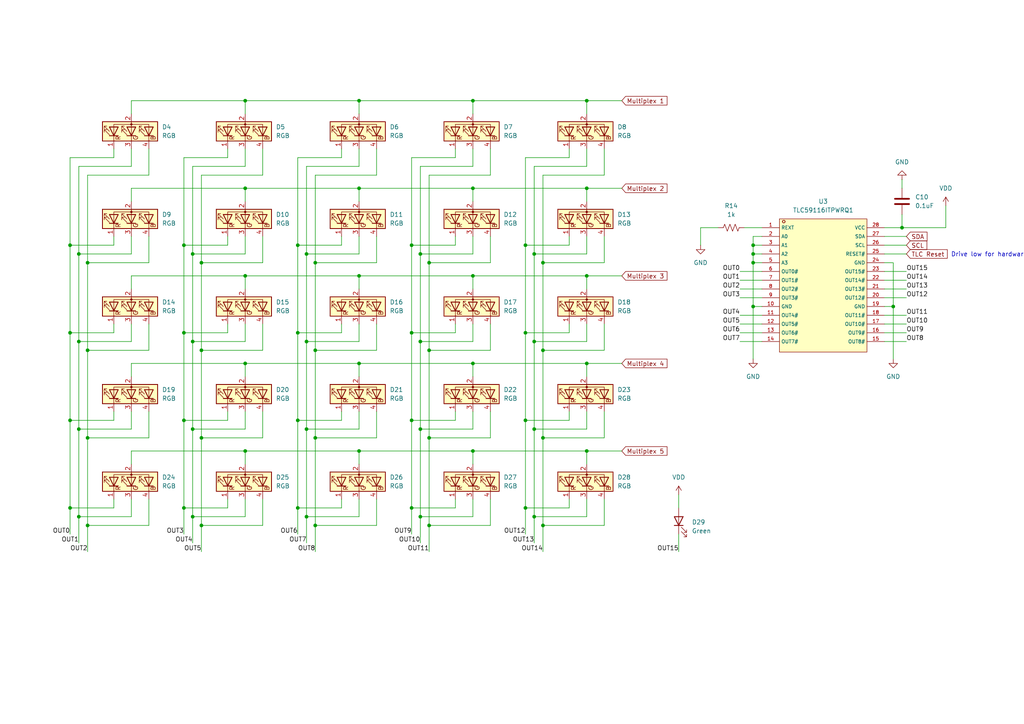
<source format=kicad_sch>
(kicad_sch (version 20231120) (generator "eeschema") (generator_version "8.0")
  (paper "A4")
  (lib_symbols
    (symbol "2048_symbols:TLC59116ITPWRQ1"
      (property "Reference" "U" (at 0 1.27 0))
      (property "Value" "TLC59116ITPWRQ1" (at 0 -2.54 0))
      (symbol "TLC59116ITPWRQ1_0_1"
        (rectangle (start -12.7 20.32) (end 12.7 -18.288) (fill (type background)))
        (circle (center -11.43 19.558) (radius 0.381) (fill (type background)))
        (circle (center -11.43 19.558) (radius 0.381) (fill (type background)))
        (pin unspecified line (at -17.78 17.78 0) (length 5.08) (name "REXT") (number "1"))
        (pin unspecified line (at -17.78 -5.08 0) (length 5.08) (name "GND") (number "10"))
        (pin unspecified line (at -17.78 -7.62 0) (length 5.08) (name "OUT4#") (number "11"))
        (pin unspecified line (at -17.78 -10.16 0) (length 5.08) (name "OUT5#") (number "12"))
        (pin unspecified line (at -17.78 -12.7 0) (length 5.08) (name "OUT6#") (number "13"))
        (pin unspecified line (at -17.78 -15.24 0) (length 5.08) (name "OUT7#") (number "14"))
        (pin unspecified line (at 17.78 -15.24 180) (length 5.08) (name "OUT8#") (number "15"))
        (pin unspecified line (at 17.78 -12.7 180) (length 5.08) (name "OUT9#") (number "16"))
        (pin unspecified line (at 17.78 -10.16 180) (length 5.08) (name "OUT10#") (number "17"))
        (pin unspecified line (at 17.78 -7.62 180) (length 5.08) (name "OUT11#") (number "18"))
        (pin unspecified line (at 17.78 -5.08 180) (length 5.08) (name "GND") (number "19"))
        (pin unspecified line (at -17.78 15.24 0) (length 5.08) (name "A0") (number "2"))
        (pin unspecified line (at 17.78 -2.54 180) (length 5.08) (name "OUT12#") (number "20"))
        (pin unspecified line (at 17.78 0 180) (length 5.08) (name "OUT13#") (number "21"))
        (pin unspecified line (at 17.78 2.54 180) (length 5.08) (name "OUT14#") (number "22"))
        (pin unspecified line (at 17.78 5.08 180) (length 5.08) (name "OUT15#") (number "23"))
        (pin unspecified line (at 17.78 7.62 180) (length 5.08) (name "GND") (number "24"))
        (pin unspecified line (at 17.78 10.16 180) (length 5.08) (name "RESET#") (number "25"))
        (pin unspecified line (at 17.78 12.7 180) (length 5.08) (name "SCL") (number "26"))
        (pin unspecified line (at 17.78 15.24 180) (length 5.08) (name "SDA") (number "27"))
        (pin unspecified line (at 17.78 17.78 180) (length 5.08) (name "VCC") (number "28"))
        (pin unspecified line (at -17.78 12.7 0) (length 5.08) (name "A1") (number "3"))
        (pin unspecified line (at -17.78 10.16 0) (length 5.08) (name "A2") (number "4"))
        (pin unspecified line (at -17.78 7.62 0) (length 5.08) (name "A3") (number "5"))
        (pin unspecified line (at -17.78 5.08 0) (length 5.08) (name "OUT0#") (number "6"))
        (pin unspecified line (at -17.78 2.54 0) (length 5.08) (name "OUT1#") (number "7"))
        (pin unspecified line (at -17.78 0 0) (length 5.08) (name "OUT2#") (number "8"))
        (pin unspecified line (at -17.78 -2.54 0) (length 5.08) (name "OUT3#") (number "9"))
      )
    )
    (symbol "Device:C" (pin_numbers hide) (pin_names (offset 0.254))
      (property "Reference" "C" (at 0.635 2.54 0))
      (property "Value" "C" (at 0.635 -2.54 0))
      (symbol "C_0_1"
        (polyline (pts (xy -2.032 -0.762) (xy 2.032 -0.762)) (stroke (width 0.508)))
        (polyline (pts (xy -2.032 0.762) (xy 2.032 0.762)) (stroke (width 0.508)))
      )
      (symbol "C_1_1"
        (pin passive line (at 0 3.81 270) (length 2.794) (name "~") (number "1"))
        (pin passive line (at 0 -3.81 90) (length 2.794) (name "~") (number "2"))
      )
    )
    (symbol "Device:LED" (pin_numbers hide) (pin_names (offset 1.016) hide)
      (property "Reference" "D" (at 0 2.54 0))
      (property "Value" "LED" (at 0 -2.54 0))
      (symbol "LED_0_1"
        (polyline (pts (xy -1.27 -1.27) (xy -1.27 1.27)) (stroke (width 0.254)))
        (polyline (pts (xy -1.27 0) (xy 1.27 0)))
        (polyline (pts (xy 1.27 -1.27) (xy 1.27 1.27) (xy -1.27 0) (xy 1.27 -1.27)) (stroke (width 0.254)))
        (polyline (pts (xy -3.048 -0.762) (xy -4.572 -2.286) (xy -3.81 -2.286) (xy -4.572 -2.286) (xy -4.572 -1.524)))
        (polyline (pts (xy -1.778 -0.762) (xy -3.302 -2.286) (xy -2.54 -2.286) (xy -3.302 -2.286) (xy -3.302 -1.524)))
      )
      (symbol "LED_1_1"
        (pin passive line (at -3.81 0 0) (length 2.54) (name "K") (number "1"))
        (pin passive line (at 3.81 0 180) (length 2.54) (name "A") (number "2"))
      )
    )
    (symbol "Device:R_US" (pin_numbers hide) (pin_names (offset 0))
      (property "Reference" "R" (at 2.54 0 90))
      (property "Value" "R_US" (at -2.54 0 90))
      (symbol "R_US_0_1"
        (polyline (pts (xy 0 -2.286) (xy 0 -2.54)))
        (polyline (pts (xy 0 2.286) (xy 0 2.54)))
        (polyline (pts (xy 0 -0.762) (xy 1.016 -1.143) (xy 0 -1.524) (xy -1.016 -1.905) (xy 0 -2.286)))
        (polyline (pts (xy 0 0.762) (xy 1.016 0.381) (xy 0 0) (xy -1.016 -0.381) (xy 0 -0.762)))
        (polyline (pts (xy 0 2.286) (xy 1.016 1.905) (xy 0 1.524) (xy -1.016 1.143) (xy 0 0.762)))
      )
      (symbol "R_US_1_1"
        (pin passive line (at 0 3.81 270) (length 1.27) (name "~") (number "1"))
        (pin passive line (at 0 -3.81 90) (length 1.27) (name "~") (number "2"))
      )
    )
    (symbol "LED_ARGB_1" (pin_names (offset 0) hide)
      (property "Reference" "D4" (at 1.2701 -8.89 90))
      (property "Value" "RGB" (at -1.2699 -8.89 90))
      (symbol "LED_ARGB_1_0_0"
        (text "B" (at -1.905 -6.35 0) (effects (font (size 1.27 1.27))))
        (text "G" (at -1.905 -1.27 0) (effects (font (size 1.27 1.27))))
        (text "R" (at -1.905 3.81 0) (effects (font (size 1.27 1.27))))
      )
      (symbol "LED_ARGB_1_0_1"
        (polyline (pts (xy -1.27 -5.08) (xy -2.54 -5.08)))
        (polyline (pts (xy -1.27 -5.08) (xy 1.27 -5.08)))
        (polyline (pts (xy -1.27 -3.81) (xy -1.27 -6.35)) (stroke (width 0.254)))
        (polyline (pts (xy -1.27 0) (xy -2.54 0)))
        (polyline (pts (xy -1.27 1.27) (xy -1.27 -1.27)) (stroke (width 0.254)))
        (polyline (pts (xy -1.27 5.08) (xy -2.54 5.08)))
        (polyline (pts (xy -1.27 5.08) (xy 1.27 5.08)))
        (polyline (pts (xy -1.27 6.35) (xy -1.27 3.81)) (stroke (width 0.254)))
        (polyline (pts (xy 1.27 0) (xy -1.27 0)))
        (polyline (pts (xy 1.27 0) (xy 2.54 0)))
        (polyline (pts (xy -1.27 1.27) (xy -1.27 -1.27) (xy -1.27 -1.27)))
        (polyline (pts (xy -1.27 6.35) (xy -1.27 3.81) (xy -1.27 3.81)))
        (polyline (pts (xy 1.27 -5.08) (xy 2.032 -5.08) (xy 2.032 5.08) (xy 1.27 5.08)))
        (polyline (pts (xy 1.27 -3.81) (xy 1.27 -6.35) (xy -1.27 -5.08) (xy 1.27 -3.81)) (stroke (width 0.254)))
        (polyline (pts (xy 1.27 1.27) (xy 1.27 -1.27) (xy -1.27 0) (xy 1.27 1.27)) (stroke (width 0.254)))
        (polyline (pts (xy 1.27 6.35) (xy 1.27 3.81) (xy -1.27 5.08) (xy 1.27 6.35)) (stroke (width 0.254)))
        (polyline (pts (xy -1.016 -3.81) (xy 0.508 -2.286) (xy -0.254 -2.286) (xy 0.508 -2.286) (xy 0.508 -3.048)))
        (polyline (pts (xy -1.016 1.27) (xy 0.508 2.794) (xy -0.254 2.794) (xy 0.508 2.794) (xy 0.508 2.032)))
        (polyline (pts (xy -1.016 6.35) (xy 0.508 7.874) (xy -0.254 7.874) (xy 0.508 7.874) (xy 0.508 7.112)))
        (polyline (pts (xy 0 -3.81) (xy 1.524 -2.286) (xy 0.762 -2.286) (xy 1.524 -2.286) (xy 1.524 -3.048)))
        (polyline (pts (xy 0 1.27) (xy 1.524 2.794) (xy 0.762 2.794) (xy 1.524 2.794) (xy 1.524 2.032)))
        (polyline (pts (xy 0 6.35) (xy 1.524 7.874) (xy 0.762 7.874) (xy 1.524 7.874) (xy 1.524 7.112)))
        (rectangle (start 1.27 -1.27) (end 1.27 1.27))
        (rectangle (start 1.27 1.27) (end 1.27 1.27))
        (rectangle (start 1.27 3.81) (end 1.27 6.35))
        (rectangle (start 1.27 6.35) (end 1.27 6.35))
        (circle (center 2.032 0) (radius 0.254) (fill (type outline)))
        (rectangle (start 2.794 8.382) (end -2.794 -7.62) (stroke (width 0.254)) (fill (type background)))
      )
      (symbol "LED_ARGB_1_1_1"
        (pin passive line (at -5.08 5.08 0) (length 2.54) (name "RK") (number "1"))
        (pin passive line (at 5.08 0 180) (length 2.54) (name "A") (number "2"))
        (pin passive line (at -5.08 0 0) (length 2.54) (name "GK") (number "3"))
        (pin passive line (at -5.08 -5.08 0) (length 2.54) (name "BK") (number "4"))
      )
    )
    (symbol "power:GND" (power) (pin_numbers hide) (pin_names (offset 0) hide)
      (property "Value" "GND" (at 0 -3.81 0))
      (symbol "GND_0_1"
        (polyline (pts (xy 0 0) (xy 0 -1.27) (xy 1.27 -1.27) (xy 0 -2.54) (xy -1.27 -1.27) (xy 0 -1.27)))
      )
      (symbol "GND_1_1"
        (pin power_in line (at 0 0 270) (length 0) (name "~") (number "1"))
      )
    )
    (symbol "power:VDD" (power) (pin_numbers hide) (pin_names (offset 0) hide)
      (property "Value" "VDD" (at 0 3.556 0))
      (symbol "VDD_0_1"
        (polyline (pts (xy -0.762 1.27) (xy 0 2.54)))
        (polyline (pts (xy 0 0) (xy 0 2.54)))
        (polyline (pts (xy 0 2.54) (xy 0.762 1.27)))
      )
      (symbol "VDD_1_1"
        (pin power_in line (at 0 0 90) (length 0) (name "~") (number "1"))
      )
    )
  )
  (junction (at 88.9 99.06))
  (junction (at 124.46 127))
  (junction (at 25.4 152.4))
  (junction (at 137.16 29.21))
  (junction (at 104.14 130.81))
  (junction (at 152.4 71.12))
  (junction (at 259.08 88.9))
  (junction (at 20.32 147.32))
  (junction (at 58.42 127))
  (junction (at 22.86 124.46))
  (junction (at 58.42 101.6))
  (junction (at 124.46 101.6))
  (junction (at 119.38 96.52))
  (junction (at 88.9 149.86))
  (junction (at 121.92 99.06))
  (junction (at 91.44 152.4))
  (junction (at 124.46 152.4))
  (junction (at 20.32 71.12))
  (junction (at 154.94 99.06))
  (junction (at 71.12 54.61))
  (junction (at 170.18 29.21))
  (junction (at 170.18 105.41))
  (junction (at 218.44 76.2))
  (junction (at 152.4 96.52))
  (junction (at 124.46 76.2))
  (junction (at 137.16 105.41))
  (junction (at 170.18 130.81))
  (junction (at 55.88 149.86))
  (junction (at 71.12 105.41))
  (junction (at 53.34 96.52))
  (junction (at 121.92 124.46))
  (junction (at 218.44 73.66))
  (junction (at 58.42 152.4))
  (junction (at 119.38 121.92))
  (junction (at 154.94 73.66))
  (junction (at 58.42 76.2))
  (junction (at 25.4 127))
  (junction (at 104.14 54.61))
  (junction (at 71.12 130.81))
  (junction (at 86.36 121.92))
  (junction (at 86.36 71.12))
  (junction (at 170.18 54.61))
  (junction (at 157.48 127))
  (junction (at 121.92 149.86))
  (junction (at 104.14 105.41))
  (junction (at 91.44 127))
  (junction (at 154.94 149.86))
  (junction (at 22.86 149.86))
  (junction (at 157.48 152.4))
  (junction (at 157.48 101.6))
  (junction (at 104.14 80.01))
  (junction (at 25.4 101.6))
  (junction (at 137.16 80.01))
  (junction (at 25.4 76.2))
  (junction (at 137.16 130.81))
  (junction (at 91.44 101.6))
  (junction (at 53.34 71.12))
  (junction (at 157.48 76.2))
  (junction (at 55.88 124.46))
  (junction (at 20.32 96.52))
  (junction (at 261.62 66.04))
  (junction (at 152.4 121.92))
  (junction (at 218.44 71.12))
  (junction (at 104.14 29.21))
  (junction (at 119.38 147.32))
  (junction (at 55.88 99.06))
  (junction (at 154.94 124.46))
  (junction (at 119.38 71.12))
  (junction (at 152.4 147.32))
  (junction (at 88.9 73.66))
  (junction (at 53.34 121.92))
  (junction (at 121.92 73.66))
  (junction (at 137.16 54.61))
  (junction (at 86.36 147.32))
  (junction (at 22.86 99.06))
  (junction (at 22.86 73.66))
  (junction (at 20.32 121.92))
  (junction (at 55.88 73.66))
  (junction (at 170.18 80.01))
  (junction (at 71.12 80.01))
  (junction (at 91.44 76.2))
  (junction (at 53.34 147.32))
  (junction (at 71.12 29.21))
  (junction (at 218.44 88.9))
  (junction (at 86.36 96.52))
  (junction (at 88.9 124.46))
  (wire (pts (xy 53.34 96.52) (xy 53.34 121.92)))
  (wire (pts (xy 91.44 50.8) (xy 109.22 50.8)))
  (wire (pts (xy 196.85 154.94) (xy 196.85 160.02)))
  (wire (pts (xy 170.18 73.66) (xy 154.94 73.66)))
  (wire (pts (xy 22.86 149.86) (xy 22.86 124.46)))
  (wire (pts (xy 71.12 99.06) (xy 55.88 99.06)))
  (wire (pts (xy 203.2 66.04) (xy 208.28 66.04)))
  (wire (pts (xy 66.04 45.72) (xy 66.04 43.18)))
  (wire (pts (xy 152.4 96.52) (xy 152.4 121.92)))
  (wire (pts (xy 55.88 48.26) (xy 55.88 73.66)))
  (wire (pts (xy 20.32 121.92) (xy 20.32 147.32)))
  (wire (pts (xy 165.1 93.98) (xy 165.1 96.52)))
  (wire (pts (xy 132.08 121.92) (xy 119.38 121.92)))
  (wire (pts (xy 137.16 29.21) (xy 137.16 33.02)))
  (wire (pts (xy 104.14 68.58) (xy 104.14 73.66)))
  (wire (pts (xy 38.1 68.58) (xy 38.1 73.66)))
  (wire (pts (xy 170.18 119.38) (xy 170.18 124.46)))
  (wire (pts (xy 124.46 152.4) (xy 124.46 160.02)))
  (wire (pts (xy 170.18 29.21) (xy 180.34 29.21)))
  (wire (pts (xy 43.18 144.78) (xy 43.18 152.4)))
  (wire (pts (xy 33.02 96.52) (xy 20.32 96.52)))
  (wire (pts (xy 104.14 119.38) (xy 104.14 124.46)))
  (wire (pts (xy 66.04 121.92) (xy 53.34 121.92)))
  (wire (pts (xy 71.12 73.66) (xy 55.88 73.66)))
  (wire (pts (xy 137.16 149.86) (xy 121.92 149.86)))
  (wire (pts (xy 157.48 76.2) (xy 157.48 101.6)))
  (wire (pts (xy 152.4 147.32) (xy 152.4 154.94)))
  (wire (pts (xy 38.1 48.26) (xy 38.1 43.18)))
  (wire (pts (xy 132.08 144.78) (xy 132.08 147.32)))
  (wire (pts (xy 256.54 93.98) (xy 262.89 93.98)))
  (wire (pts (xy 256.54 88.9) (xy 259.08 88.9)))
  (wire (pts (xy 22.86 124.46) (xy 22.86 99.06)))
  (wire (pts (xy 38.1 109.22) (xy 38.1 105.41)))
  (wire (pts (xy 137.16 68.58) (xy 137.16 73.66)))
  (wire (pts (xy 256.54 91.44) (xy 262.89 91.44)))
  (wire (pts (xy 157.48 127) (xy 157.48 152.4)))
  (wire (pts (xy 121.92 99.06) (xy 121.92 73.66)))
  (wire (pts (xy 137.16 73.66) (xy 121.92 73.66)))
  (wire (pts (xy 203.2 66.04) (xy 203.2 71.12)))
  (wire (pts (xy 109.22 43.18) (xy 109.22 50.8)))
  (wire (pts (xy 58.42 50.8) (xy 76.2 50.8)))
  (wire (pts (xy 88.9 48.26) (xy 88.9 73.66)))
  (wire (pts (xy 142.24 68.58) (xy 142.24 76.2)))
  (wire (pts (xy 104.14 130.81) (xy 137.16 130.81)))
  (wire (pts (xy 33.02 71.12) (xy 20.32 71.12)))
  (wire (pts (xy 43.18 101.6) (xy 25.4 101.6)))
  (wire (pts (xy 91.44 152.4) (xy 91.44 160.02)))
  (wire (pts (xy 20.32 45.72) (xy 20.32 71.12)))
  (wire (pts (xy 165.1 45.72) (xy 165.1 43.18)))
  (wire (pts (xy 165.1 68.58) (xy 165.1 71.12)))
  (wire (pts (xy 196.85 143.51) (xy 196.85 147.32)))
  (wire (pts (xy 124.46 76.2) (xy 124.46 101.6)))
  (wire (pts (xy 66.04 144.78) (xy 66.04 147.32)))
  (wire (pts (xy 55.88 149.86) (xy 55.88 124.46)))
  (wire (pts (xy 157.48 101.6) (xy 157.48 127)))
  (wire (pts (xy 58.42 152.4) (xy 58.42 160.02)))
  (wire (pts (xy 91.44 101.6) (xy 91.44 127)))
  (wire (pts (xy 170.18 54.61) (xy 180.34 54.61)))
  (wire (pts (xy 165.1 119.38) (xy 165.1 121.92)))
  (wire (pts (xy 170.18 124.46) (xy 154.94 124.46)))
  (wire (pts (xy 104.14 54.61) (xy 104.14 58.42)))
  (wire (pts (xy 152.4 121.92) (xy 152.4 147.32)))
  (wire (pts (xy 170.18 144.78) (xy 170.18 149.86)))
  (wire (pts (xy 137.16 130.81) (xy 137.16 134.62)))
  (wire (pts (xy 25.4 76.2) (xy 25.4 101.6)))
  (wire (pts (xy 33.02 121.92) (xy 20.32 121.92)))
  (wire (pts (xy 86.36 45.72) (xy 86.36 71.12)))
  (wire (pts (xy 38.1 93.98) (xy 38.1 99.06)))
  (wire (pts (xy 58.42 101.6) (xy 58.42 127)))
  (wire (pts (xy 38.1 58.42) (xy 38.1 54.61)))
  (wire (pts (xy 76.2 93.98) (xy 76.2 101.6)))
  (wire (pts (xy 137.16 80.01) (xy 137.16 83.82)))
  (wire (pts (xy 99.06 119.38) (xy 99.06 121.92)))
  (wire (pts (xy 38.1 54.61) (xy 71.12 54.61)))
  (wire (pts (xy 104.14 105.41) (xy 137.16 105.41)))
  (wire (pts (xy 175.26 127) (xy 157.48 127)))
  (wire (pts (xy 71.12 149.86) (xy 55.88 149.86)))
  (wire (pts (xy 25.4 101.6) (xy 25.4 127)))
  (wire (pts (xy 76.2 43.18) (xy 76.2 50.8)))
  (wire (pts (xy 71.12 80.01) (xy 104.14 80.01)))
  (wire (pts (xy 38.1 73.66) (xy 22.86 73.66)))
  (wire (pts (xy 38.1 144.78) (xy 38.1 149.86)))
  (wire (pts (xy 88.9 149.86) (xy 88.9 124.46)))
  (wire (pts (xy 38.1 83.82) (xy 38.1 80.01)))
  (wire (pts (xy 53.34 45.72) (xy 53.34 71.12)))
  (wire (pts (xy 218.44 71.12) (xy 218.44 73.66)))
  (wire (pts (xy 119.38 71.12) (xy 119.38 96.52)))
  (wire (pts (xy 214.63 93.98) (xy 220.98 93.98)))
  (wire (pts (xy 66.04 119.38) (xy 66.04 121.92)))
  (wire (pts (xy 71.12 130.81) (xy 71.12 134.62)))
  (wire (pts (xy 124.46 50.8) (xy 142.24 50.8)))
  (wire (pts (xy 170.18 105.41) (xy 180.34 105.41)))
  (wire (pts (xy 33.02 68.58) (xy 33.02 71.12)))
  (wire (pts (xy 119.38 121.92) (xy 119.38 147.32)))
  (wire (pts (xy 170.18 80.01) (xy 170.18 83.82)))
  (wire (pts (xy 274.32 59.69) (xy 274.32 66.04)))
  (wire (pts (xy 165.1 144.78) (xy 165.1 147.32)))
  (wire (pts (xy 99.06 45.72) (xy 99.06 43.18)))
  (wire (pts (xy 55.88 48.26) (xy 71.12 48.26)))
  (wire (pts (xy 132.08 45.72) (xy 119.38 45.72)))
  (wire (pts (xy 104.14 124.46) (xy 88.9 124.46)))
  (wire (pts (xy 38.1 33.02) (xy 38.1 29.21)))
  (wire (pts (xy 157.48 50.8) (xy 175.26 50.8)))
  (wire (pts (xy 124.46 127) (xy 124.46 152.4)))
  (wire (pts (xy 137.16 144.78) (xy 137.16 149.86)))
  (wire (pts (xy 132.08 96.52) (xy 119.38 96.52)))
  (wire (pts (xy 104.14 80.01) (xy 137.16 80.01)))
  (wire (pts (xy 142.24 152.4) (xy 124.46 152.4)))
  (wire (pts (xy 104.14 80.01) (xy 104.14 83.82)))
  (wire (pts (xy 53.34 121.92) (xy 53.34 147.32)))
  (wire (pts (xy 132.08 71.12) (xy 119.38 71.12)))
  (wire (pts (xy 175.26 76.2) (xy 157.48 76.2)))
  (wire (pts (xy 38.1 149.86) (xy 22.86 149.86)))
  (wire (pts (xy 88.9 149.86) (xy 88.9 157.48)))
  (wire (pts (xy 104.14 54.61) (xy 137.16 54.61)))
  (wire (pts (xy 124.46 50.8) (xy 124.46 76.2)))
  (wire (pts (xy 66.04 45.72) (xy 53.34 45.72)))
  (wire (pts (xy 170.18 48.26) (xy 170.18 43.18)))
  (wire (pts (xy 256.54 78.74) (xy 262.89 78.74)))
  (wire (pts (xy 256.54 81.28) (xy 262.89 81.28)))
  (wire (pts (xy 53.34 147.32) (xy 53.34 154.94)))
  (wire (pts (xy 214.63 91.44) (xy 220.98 91.44)))
  (wire (pts (xy 137.16 124.46) (xy 121.92 124.46)))
  (wire (pts (xy 170.18 105.41) (xy 170.18 109.22)))
  (wire (pts (xy 170.18 99.06) (xy 154.94 99.06)))
  (wire (pts (xy 137.16 99.06) (xy 121.92 99.06)))
  (wire (pts (xy 259.08 88.9) (xy 259.08 104.14)))
  (wire (pts (xy 71.12 105.41) (xy 71.12 109.22)))
  (wire (pts (xy 142.24 76.2) (xy 124.46 76.2)))
  (wire (pts (xy 71.12 29.21) (xy 71.12 33.02)))
  (wire (pts (xy 119.38 45.72) (xy 119.38 71.12)))
  (wire (pts (xy 157.48 50.8) (xy 157.48 76.2)))
  (wire (pts (xy 214.63 86.36) (xy 220.98 86.36)))
  (wire (pts (xy 88.9 124.46) (xy 88.9 99.06)))
  (wire (pts (xy 38.1 119.38) (xy 38.1 124.46)))
  (wire (pts (xy 99.06 144.78) (xy 99.06 147.32)))
  (wire (pts (xy 33.02 119.38) (xy 33.02 121.92)))
  (wire (pts (xy 22.86 48.26) (xy 22.86 73.66)))
  (wire (pts (xy 256.54 66.04) (xy 261.62 66.04)))
  (wire (pts (xy 104.14 73.66) (xy 88.9 73.66)))
  (wire (pts (xy 154.94 99.06) (xy 154.94 73.66)))
  (wire (pts (xy 121.92 124.46) (xy 121.92 99.06)))
  (wire (pts (xy 214.63 78.74) (xy 220.98 78.74)))
  (wire (pts (xy 38.1 130.81) (xy 71.12 130.81)))
  (wire (pts (xy 154.94 149.86) (xy 154.94 124.46)))
  (wire (pts (xy 261.62 66.04) (xy 261.62 62.23)))
  (wire (pts (xy 43.18 93.98) (xy 43.18 101.6)))
  (wire (pts (xy 91.44 127) (xy 91.44 152.4)))
  (wire (pts (xy 43.18 43.18) (xy 43.18 50.8)))
  (wire (pts (xy 170.18 29.21) (xy 170.18 33.02)))
  (wire (pts (xy 71.12 93.98) (xy 71.12 99.06)))
  (wire (pts (xy 99.06 93.98) (xy 99.06 96.52)))
  (wire (pts (xy 121.92 48.26) (xy 121.92 73.66)))
  (wire (pts (xy 142.24 119.38) (xy 142.24 127)))
  (wire (pts (xy 215.9 66.04) (xy 220.98 66.04)))
  (wire (pts (xy 53.34 71.12) (xy 53.34 96.52)))
  (wire (pts (xy 33.02 147.32) (xy 20.32 147.32)))
  (wire (pts (xy 86.36 96.52) (xy 86.36 121.92)))
  (wire (pts (xy 71.12 80.01) (xy 71.12 83.82)))
  (wire (pts (xy 38.1 134.62) (xy 38.1 130.81)))
  (wire (pts (xy 33.02 45.72) (xy 33.02 43.18)))
  (wire (pts (xy 66.04 147.32) (xy 53.34 147.32)))
  (wire (pts (xy 142.24 144.78) (xy 142.24 152.4)))
  (wire (pts (xy 132.08 147.32) (xy 119.38 147.32)))
  (wire (pts (xy 86.36 147.32) (xy 86.36 154.94)))
  (wire (pts (xy 142.24 101.6) (xy 124.46 101.6)))
  (wire (pts (xy 256.54 96.52) (xy 262.89 96.52)))
  (wire (pts (xy 137.16 93.98) (xy 137.16 99.06)))
  (wire (pts (xy 43.18 76.2) (xy 25.4 76.2)))
  (wire (pts (xy 170.18 80.01) (xy 180.34 80.01)))
  (wire (pts (xy 76.2 76.2) (xy 58.42 76.2)))
  (wire (pts (xy 71.12 54.61) (xy 104.14 54.61)))
  (wire (pts (xy 99.06 71.12) (xy 86.36 71.12)))
  (wire (pts (xy 109.22 144.78) (xy 109.22 152.4)))
  (wire (pts (xy 170.18 130.81) (xy 170.18 134.62)))
  (wire (pts (xy 137.16 105.41) (xy 137.16 109.22)))
  (wire (pts (xy 121.92 48.26) (xy 137.16 48.26)))
  (wire (pts (xy 137.16 29.21) (xy 170.18 29.21)))
  (wire (pts (xy 76.2 127) (xy 58.42 127)))
  (wire (pts (xy 170.18 130.81) (xy 180.34 130.81)))
  (wire (pts (xy 137.16 48.26) (xy 137.16 43.18)))
  (wire (pts (xy 104.14 105.41) (xy 104.14 109.22)))
  (wire (pts (xy 86.36 121.92) (xy 86.36 147.32)))
  (wire (pts (xy 165.1 147.32) (xy 152.4 147.32)))
  (wire (pts (xy 109.22 119.38) (xy 109.22 127)))
  (wire (pts (xy 76.2 152.4) (xy 58.42 152.4)))
  (wire (pts (xy 218.44 71.12) (xy 220.98 71.12)))
  (wire (pts (xy 104.14 149.86) (xy 88.9 149.86)))
  (wire (pts (xy 20.32 147.32) (xy 20.32 154.94)))
  (wire (pts (xy 218.44 68.58) (xy 218.44 71.12)))
  (wire (pts (xy 58.42 50.8) (xy 58.42 76.2)))
  (wire (pts (xy 109.22 93.98) (xy 109.22 101.6)))
  (wire (pts (xy 104.14 144.78) (xy 104.14 149.86)))
  (wire (pts (xy 218.44 73.66) (xy 218.44 76.2)))
  (wire (pts (xy 154.94 149.86) (xy 154.94 157.48)))
  (wire (pts (xy 132.08 45.72) (xy 132.08 43.18)))
  (wire (pts (xy 175.26 144.78) (xy 175.26 152.4)))
  (wire (pts (xy 58.42 127) (xy 58.42 152.4)))
  (wire (pts (xy 214.63 83.82) (xy 220.98 83.82)))
  (wire (pts (xy 170.18 149.86) (xy 154.94 149.86)))
  (wire (pts (xy 20.32 71.12) (xy 20.32 96.52)))
  (wire (pts (xy 66.04 68.58) (xy 66.04 71.12)))
  (wire (pts (xy 33.02 144.78) (xy 33.02 147.32)))
  (wire (pts (xy 91.44 50.8) (xy 91.44 76.2)))
  (wire (pts (xy 71.12 130.81) (xy 104.14 130.81)))
  (wire (pts (xy 165.1 71.12) (xy 152.4 71.12)))
  (wire (pts (xy 165.1 121.92) (xy 152.4 121.92)))
  (wire (pts (xy 66.04 93.98) (xy 66.04 96.52)))
  (wire (pts (xy 109.22 127) (xy 91.44 127)))
  (wire (pts (xy 154.94 124.46) (xy 154.94 99.06)))
  (wire (pts (xy 25.4 152.4) (xy 25.4 160.02)))
  (wire (pts (xy 175.26 119.38) (xy 175.26 127)))
  (wire (pts (xy 104.14 29.21) (xy 104.14 33.02)))
  (wire (pts (xy 104.14 93.98) (xy 104.14 99.06)))
  (wire (pts (xy 71.12 29.21) (xy 104.14 29.21)))
  (wire (pts (xy 175.26 93.98) (xy 175.26 101.6)))
  (wire (pts (xy 25.4 50.8) (xy 25.4 76.2)))
  (wire (pts (xy 218.44 76.2) (xy 220.98 76.2)))
  (wire (pts (xy 104.14 99.06) (xy 88.9 99.06)))
  (wire (pts (xy 71.12 119.38) (xy 71.12 124.46)))
  (wire (pts (xy 170.18 93.98) (xy 170.18 99.06)))
  (wire (pts (xy 76.2 101.6) (xy 58.42 101.6)))
  (wire (pts (xy 137.16 130.81) (xy 170.18 130.81)))
  (wire (pts (xy 137.16 80.01) (xy 170.18 80.01)))
  (wire (pts (xy 175.26 101.6) (xy 157.48 101.6)))
  (wire (pts (xy 119.38 96.52) (xy 119.38 121.92)))
  (wire (pts (xy 256.54 71.12) (xy 262.89 71.12)))
  (wire (pts (xy 214.63 81.28) (xy 220.98 81.28)))
  (wire (pts (xy 152.4 45.72) (xy 152.4 71.12)))
  (wire (pts (xy 43.18 152.4) (xy 25.4 152.4)))
  (wire (pts (xy 261.62 52.07) (xy 261.62 54.61)))
  (wire (pts (xy 43.18 68.58) (xy 43.18 76.2)))
  (wire (pts (xy 33.02 45.72) (xy 20.32 45.72)))
  (wire (pts (xy 91.44 76.2) (xy 91.44 101.6)))
  (wire (pts (xy 66.04 96.52) (xy 53.34 96.52)))
  (wire (pts (xy 76.2 119.38) (xy 76.2 127)))
  (wire (pts (xy 256.54 86.36) (xy 262.89 86.36)))
  (wire (pts (xy 137.16 119.38) (xy 137.16 124.46)))
  (wire (pts (xy 38.1 99.06) (xy 22.86 99.06)))
  (wire (pts (xy 259.08 76.2) (xy 256.54 76.2)))
  (wire (pts (xy 104.14 130.81) (xy 104.14 134.62)))
  (wire (pts (xy 152.4 71.12) (xy 152.4 96.52)))
  (wire (pts (xy 137.16 54.61) (xy 137.16 58.42)))
  (wire (pts (xy 99.06 121.92) (xy 86.36 121.92)))
  (wire (pts (xy 104.14 48.26) (xy 104.14 43.18)))
  (wire (pts (xy 38.1 124.46) (xy 22.86 124.46)))
  (wire (pts (xy 88.9 48.26) (xy 104.14 48.26)))
  (wire (pts (xy 109.22 68.58) (xy 109.22 76.2)))
  (wire (pts (xy 170.18 68.58) (xy 170.18 73.66)))
  (wire (pts (xy 25.4 127) (xy 25.4 152.4)))
  (wire (pts (xy 22.86 48.26) (xy 38.1 48.26)))
  (wire (pts (xy 218.44 76.2) (xy 218.44 88.9)))
  (wire (pts (xy 124.46 101.6) (xy 124.46 127)))
  (wire (pts (xy 22.86 99.06) (xy 22.86 73.66)))
  (wire (pts (xy 86.36 71.12) (xy 86.36 96.52)))
  (wire (pts (xy 175.26 43.18) (xy 175.26 50.8)))
  (wire (pts (xy 38.1 105.41) (xy 71.12 105.41)))
  (wire (pts (xy 214.63 96.52) (xy 220.98 96.52)))
  (wire (pts (xy 55.88 99.06) (xy 55.88 73.66)))
  (wire (pts (xy 88.9 99.06) (xy 88.9 73.66)))
  (wire (pts (xy 66.04 71.12) (xy 53.34 71.12)))
  (wire (pts (xy 99.06 45.72) (xy 86.36 45.72)))
  (wire (pts (xy 157.48 152.4) (xy 157.48 160.02)))
  (wire (pts (xy 71.12 68.58) (xy 71.12 73.66)))
  (wire (pts (xy 76.2 144.78) (xy 76.2 152.4)))
  (wire (pts (xy 25.4 50.8) (xy 43.18 50.8)))
  (wire (pts (xy 220.98 88.9) (xy 218.44 88.9)))
  (wire (pts (xy 218.44 73.66) (xy 220.98 73.66)))
  (wire (pts (xy 218.44 88.9) (xy 218.44 104.14)))
  (wire (pts (xy 132.08 119.38) (xy 132.08 121.92)))
  (wire (pts (xy 142.24 43.18) (xy 142.24 50.8)))
  (wire (pts (xy 43.18 119.38) (xy 43.18 127)))
  (wire (pts (xy 132.08 68.58) (xy 132.08 71.12)))
  (wire (pts (xy 137.16 54.61) (xy 170.18 54.61)))
  (wire (pts (xy 259.08 88.9) (xy 259.08 76.2)))
  (wire (pts (xy 109.22 76.2) (xy 91.44 76.2)))
  (wire (pts (xy 99.06 96.52) (xy 86.36 96.52)))
  (wire (pts (xy 121.92 149.86) (xy 121.92 157.48)))
  (wire (pts (xy 104.14 29.21) (xy 137.16 29.21)))
  (wire (pts (xy 38.1 29.21) (xy 71.12 29.21)))
  (wire (pts (xy 154.94 48.26) (xy 154.94 73.66)))
  (wire (pts (xy 165.1 96.52) (xy 152.4 96.52)))
  (wire (pts (xy 55.88 149.86) (xy 55.88 157.48)))
  (wire (pts (xy 99.06 147.32) (xy 86.36 147.32)))
  (wire (pts (xy 99.06 68.58) (xy 99.06 71.12)))
  (wire (pts (xy 58.42 76.2) (xy 58.42 101.6)))
  (wire (pts (xy 109.22 101.6) (xy 91.44 101.6)))
  (wire (pts (xy 20.32 96.52) (xy 20.32 121.92)))
  (wire (pts (xy 121.92 149.86) (xy 121.92 124.46)))
  (wire (pts (xy 154.94 48.26) (xy 170.18 48.26)))
  (wire (pts (xy 256.54 83.82) (xy 262.89 83.82)))
  (wire (pts (xy 132.08 93.98) (xy 132.08 96.52)))
  (wire (pts (xy 142.24 127) (xy 124.46 127)))
  (wire (pts (xy 165.1 45.72) (xy 152.4 45.72)))
  (wire (pts (xy 109.22 152.4) (xy 91.44 152.4)))
  (wire (pts (xy 71.12 144.78) (xy 71.12 149.86)))
  (wire (pts (xy 274.32 66.04) (xy 261.62 66.04)))
  (wire (pts (xy 256.54 73.66) (xy 262.89 73.66)))
  (wire (pts (xy 71.12 48.26) (xy 71.12 43.18)))
  (wire (pts (xy 220.98 68.58) (xy 218.44 68.58)))
  (wire (pts (xy 175.26 68.58) (xy 175.26 76.2)))
  (wire (pts (xy 76.2 68.58) (xy 76.2 76.2)))
  (wire (pts (xy 142.24 93.98) (xy 142.24 101.6)))
  (wire (pts (xy 256.54 99.06) (xy 262.89 99.06)))
  (wire (pts (xy 214.63 99.06) (xy 220.98 99.06)))
  (wire (pts (xy 137.16 105.41) (xy 170.18 105.41)))
  (wire (pts (xy 55.88 124.46) (xy 55.88 99.06)))
  (wire (pts (xy 22.86 149.86) (xy 22.86 157.48)))
  (wire (pts (xy 71.12 54.61) (xy 71.12 58.42)))
  (wire (pts (xy 119.38 147.32) (xy 119.38 154.94)))
  (wire (pts (xy 256.54 68.58) (xy 262.89 68.58)))
  (wire (pts (xy 71.12 105.41) (xy 104.14 105.41)))
  (wire (pts (xy 43.18 127) (xy 25.4 127)))
  (wire (pts (xy 170.18 54.61) (xy 170.18 58.42)))
  (wire (pts (xy 33.02 93.98) (xy 33.02 96.52)))
  (wire (pts (xy 71.12 124.46) (xy 55.88 124.46)))
  (wire (pts (xy 175.26 152.4) (xy 157.48 152.4)))
  (wire (pts (xy 38.1 80.01) (xy 71.12 80.01)))
  (text "Drive low for hardware reset.\n" (at 290.068 73.914 0) (effects (font (size 1.27 1.27))))
  (text "DOUBLE CHECK THAT RGB_LED FOOTPRINT ALIGNS WITH RIGHT PINS!!!" (at 101.346 -5.842 0) (effects (font (size 1.27 1.27))))
  (label "OUT11" (at 124.46 160.02 180))
  (label "OUT4" (at 214.63 91.44 180))
  (label "OUT2" (at 214.63 83.82 180))
  (label "OUT9" (at 262.89 96.52 0))
  (label "OUT2" (at 25.4 160.02 180))
  (label "OUT9" (at 119.38 154.94 180))
  (label "OUT7" (at 214.63 99.06 180))
  (label "OUT11" (at 262.89 91.44 0))
  (label "OUT8" (at 91.44 160.02 180))
  (label "OUT10" (at 121.92 157.48 180))
  (label "OUT1" (at 22.86 157.48 180))
  (label "OUT10" (at 262.89 93.98 0))
  (label "OUT0" (at 214.63 78.74 180))
  (label "OUT15" (at 262.89 78.74 0))
  (label "OUT3" (at 53.34 154.94 180))
  (label "OUT13" (at 262.89 83.82 0))
  (label "OUT4" (at 55.88 157.48 180))
  (label "OUT6" (at 86.36 154.94 180))
  (label "OUT1" (at 214.63 81.28 180))
  (label "OUT15" (at 196.85 160.02 180))
  (label "OUT13" (at 154.94 157.48 180))
  (label "OUT6" (at 214.63 96.52 180))
  (label "OUT14" (at 262.89 81.28 0))
  (label "OUT7" (at 88.9 157.48 180))
  (label "OUT0" (at 20.32 154.94 180))
  (label "OUT5" (at 214.63 93.98 180))
  (label "OUT3" (at 214.63 86.36 180))
  (label "OUT12" (at 262.89 86.36 0))
  (label "OUT12" (at 152.4 154.94 180))
  (label "OUT8" (at 262.89 99.06 0))
  (label "OUT5" (at 58.42 160.02 180))
  (label "OUT14" (at 157.48 160.02 180))
  (global_label "Multiplex 5" (shape input) (at 180.34 130.81 0) (property "Intersheetrefs" "${INTERSHEET_REFS}" (effects (hide yes))))
  (global_label "Multiplex 3" (shape input) (at 180.34 80.01 0) (property "Intersheetrefs" "${INTERSHEET_REFS}" (effects (hide yes))))
  (global_label "Multiplex 1" (shape input) (at 180.34 29.21 0) (property "Intersheetrefs" "${INTERSHEET_REFS}" (effects (hide yes))))
  (global_label "Multiplex 4" (shape input) (at 180.34 105.41 0) (property "Intersheetrefs" "${INTERSHEET_REFS}" (effects (hide yes))))
  (global_label "Multiplex 2" (shape input) (at 180.34 54.61 0) (property "Intersheetrefs" "${INTERSHEET_REFS}" (effects (hide yes))))
  (global_label "SCL" (shape input) (at 262.89 71.12 0) (property "Intersheetrefs" "${INTERSHEET_REFS}" (effects (hide yes))))
  (global_label "TLC Reset" (shape input) (at 262.89 73.66 0) (property "Intersheetrefs" "${INTERSHEET_REFS}" (effects (hide yes))))
  (global_label "SDA" (shape input) (at 262.89 68.58 0) (property "Intersheetrefs" "${INTERSHEET_REFS}" (effects (hide yes))))
  (symbol (lib_name "LED_ARGB_1") (lib_id "Device:LED_ARGB") (at 38.1 63.5 90) (unit 1)
    (property "Reference" "D9" (at 46.99 62.2299 90) (effects (justify right)))
    (property "Value" "RGB" (at 46.99 64.7699 90) (effects (justify right)))
    (property "Footprint" "LED_THT:LED_D5.0mm-4_RGB" (effects (hide yes)))
    (property "Description" "RGB LED, anode/red/green/blue" (effects (hide yes)))
  )
  (symbol (lib_id "power:VDD") (at 196.85 143.51 0) (unit 1)
    (property "Reference" "#PWR032" (effects (hide yes)))
    (property "Value" "VDD" (at 196.85 138.43 0))
    (property "Description" "Power symbol creates a global label with name \"VDD\"" (effects (hide yes)))
  )
  (symbol (lib_id "Device:LED") (at 196.85 151.13 90) (unit 1)
    (property "Reference" "D29" (at 200.66 151.4474 90) (effects (justify right)))
    (property "Value" "Green" (at 200.66 153.9874 90) (effects (justify right)))
    (property "Footprint" "LED_THT:LED_D5.0mm" (effects (hide yes)))
    (property "Description" "Light emitting diode" (effects (hide yes)))
  )
  (symbol (lib_name "LED_ARGB_1") (lib_id "Device:LED_ARGB") (at 38.1 114.3 90) (unit 1)
    (property "Reference" "D19" (at 46.99 113.0299 90) (effects (justify right)))
    (property "Value" "RGB" (at 46.99 115.5699 90) (effects (justify right)))
    (property "Footprint" "LED_THT:LED_D5.0mm-4_RGB" (effects (hide yes)))
    (property "Description" "RGB LED, anode/red/green/blue" (effects (hide yes)))
  )
  (symbol (lib_name "LED_ARGB_1") (lib_id "Device:LED_ARGB") (at 170.18 38.1 90) (unit 1)
    (property "Reference" "D8" (at 179.07 36.8299 90) (effects (justify right)))
    (property "Value" "RGB" (at 179.07 39.3699 90) (effects (justify right)))
    (property "Footprint" "LED_THT:LED_D5.0mm-4_RGB" (effects (hide yes)))
    (property "Description" "RGB LED, anode/red/green/blue" (effects (hide yes)))
  )
  (symbol (lib_name "LED_ARGB_1") (lib_id "Device:LED_ARGB") (at 104.14 139.7 90) (unit 1)
    (property "Reference" "D26" (at 113.03 138.4299 90) (effects (justify right)))
    (property "Value" "RGB" (at 113.03 140.9699 90) (effects (justify right)))
    (property "Footprint" "LED_THT:LED_D5.0mm-4_RGB" (effects (hide yes)))
    (property "Description" "RGB LED, anode/red/green/blue" (effects (hide yes)))
  )
  (symbol (lib_id "Device:R_US") (at 212.09 66.04 90) (unit 1)
    (property "Reference" "R14" (at 212.09 59.69 90))
    (property "Value" "1k" (at 212.09 62.23 90))
    (property "Footprint" "Resistor_SMD:R_0805_2012Metric_Pad1.20x1.40mm_HandSolder" (effects (hide yes)))
    (property "Description" "Resistor, US symbol" (effects (hide yes)))
  )
  (symbol (lib_name "LED_ARGB_1") (lib_id "Device:LED_ARGB") (at 38.1 38.1 90) (unit 1)
    (property "Reference" "D4" (at 46.99 36.8299 90) (effects (justify right)))
    (property "Value" "RGB" (at 46.99 39.3699 90) (effects (justify right)))
    (property "Footprint" "LED_THT:LED_D5.0mm-4_RGB" (effects (hide yes)))
    (property "Description" "RGB LED, anode/red/green/blue" (effects (hide yes)))
  )
  (symbol (lib_name "LED_ARGB_1") (lib_id "Device:LED_ARGB") (at 170.18 114.3 90) (unit 1)
    (property "Reference" "D23" (at 179.07 113.0299 90) (effects (justify right)))
    (property "Value" "RGB" (at 179.07 115.5699 90) (effects (justify right)))
    (property "Footprint" "LED_THT:LED_D5.0mm-4_RGB" (effects (hide yes)))
    (property "Description" "RGB LED, anode/red/green/blue" (effects (hide yes)))
  )
  (symbol (lib_name "LED_ARGB_1") (lib_id "Device:LED_ARGB") (at 170.18 63.5 90) (unit 1)
    (property "Reference" "D13" (at 179.07 62.2299 90) (effects (justify right)))
    (property "Value" "RGB" (at 179.07 64.7699 90) (effects (justify right)))
    (property "Footprint" "LED_THT:LED_D5.0mm-4_RGB" (effects (hide yes)))
    (property "Description" "RGB LED, anode/red/green/blue" (effects (hide yes)))
  )
  (symbol (lib_name "LED_ARGB_1") (lib_id "Device:LED_ARGB") (at 137.16 38.1 90) (unit 1)
    (property "Reference" "D7" (at 146.05 36.8299 90) (effects (justify right)))
    (property "Value" "RGB" (at 146.05 39.3699 90) (effects (justify right)))
    (property "Footprint" "LED_THT:LED_D5.0mm-4_RGB" (effects (hide yes)))
    (property "Description" "RGB LED, anode/red/green/blue" (effects (hide yes)))
  )
  (symbol (lib_name "LED_ARGB_1") (lib_id "Device:LED_ARGB") (at 71.12 88.9 90) (unit 1)
    (property "Reference" "D15" (at 80.01 87.6299 90) (effects (justify right)))
    (property "Value" "RGB" (at 80.01 90.1699 90) (effects (justify right)))
    (property "Footprint" "LED_THT:LED_D5.0mm-4_RGB" (effects (hide yes)))
    (property "Description" "RGB LED, anode/red/green/blue" (effects (hide yes)))
  )
  (symbol (lib_name "LED_ARGB_1") (lib_id "Device:LED_ARGB") (at 170.18 88.9 90) (unit 1)
    (property "Reference" "D18" (at 179.07 87.6299 90) (effects (justify right)))
    (property "Value" "RGB" (at 179.07 90.1699 90) (effects (justify right)))
    (property "Footprint" "LED_THT:LED_D5.0mm-4_RGB" (effects (hide yes)))
    (property "Description" "RGB LED, anode/red/green/blue" (effects (hide yes)))
  )
  (symbol (lib_name "LED_ARGB_1") (lib_id "Device:LED_ARGB") (at 137.16 139.7 90) (unit 1)
    (property "Reference" "D27" (at 146.05 138.4299 90) (effects (justify right)))
    (property "Value" "RGB" (at 146.05 140.9699 90) (effects (justify right)))
    (property "Footprint" "LED_THT:LED_D5.0mm-4_RGB" (effects (hide yes)))
    (property "Description" "RGB LED, anode/red/green/blue" (effects (hide yes)))
  )
  (symbol (lib_name "LED_ARGB_1") (lib_id "Device:LED_ARGB") (at 71.12 38.1 90) (unit 1)
    (property "Reference" "D5" (at 80.01 36.8299 90) (effects (justify right)))
    (property "Value" "RGB" (at 80.01 39.3699 90) (effects (justify right)))
    (property "Footprint" "LED_THT:LED_D5.0mm-4_RGB" (effects (hide yes)))
    (property "Description" "RGB LED, anode/red/green/blue" (effects (hide yes)))
  )
  (symbol (lib_name "LED_ARGB_1") (lib_id "Device:LED_ARGB") (at 137.16 114.3 90) (unit 1)
    (property "Reference" "D22" (at 146.05 113.0299 90) (effects (justify right)))
    (property "Value" "RGB" (at 146.05 115.5699 90) (effects (justify right)))
    (property "Footprint" "LED_THT:LED_D5.0mm-4_RGB" (effects (hide yes)))
    (property "Description" "RGB LED, anode/red/green/blue" (effects (hide yes)))
  )
  (symbol (lib_id "power:GND") (at 203.2 71.12 0) (unit 1)
    (property "Reference" "#PWR029" (effects (hide yes)))
    (property "Value" "GND" (at 203.2 76.2 0))
    (property "Description" "Power symbol creates a global label with name \"GND\" , ground" (effects (hide yes)))
  )
  (symbol (lib_id "power:VDD") (at 274.32 59.69 0) (unit 1)
    (property "Reference" "#PWR028" (effects (hide yes)))
    (property "Value" "VDD" (at 274.32 54.61 0))
    (property "Description" "Power symbol creates a global label with name \"VDD\"" (effects (hide yes)))
  )
  (symbol (lib_name "LED_ARGB_1") (lib_id "Device:LED_ARGB") (at 104.14 88.9 90) (unit 1)
    (property "Reference" "D16" (at 113.03 87.6299 90) (effects (justify right)))
    (property "Value" "RGB" (at 113.03 90.1699 90) (effects (justify right)))
    (property "Footprint" "LED_THT:LED_D5.0mm-4_RGB" (effects (hide yes)))
    (property "Description" "RGB LED, anode/red/green/blue" (effects (hide yes)))
  )
  (symbol (lib_id "power:GND") (at 261.62 52.07 180) (unit 1)
    (property "Reference" "#PWR027" (effects (hide yes)))
    (property "Value" "GND" (at 261.62 46.99 0))
    (property "Description" "Power symbol creates a global label with name \"GND\" , ground" (effects (hide yes)))
  )
  (symbol (lib_name "LED_ARGB_1") (lib_id "Device:LED_ARGB") (at 137.16 63.5 90) (unit 1)
    (property "Reference" "D12" (at 146.05 62.2299 90) (effects (justify right)))
    (property "Value" "RGB" (at 146.05 64.7699 90) (effects (justify right)))
    (property "Footprint" "LED_THT:LED_D5.0mm-4_RGB" (effects (hide yes)))
    (property "Description" "RGB LED, anode/red/green/blue" (effects (hide yes)))
  )
  (symbol (lib_id "Device:C") (at 261.62 58.42 0) (unit 1)
    (property "Reference" "C10" (at 265.43 57.1499 0) (effects (justify left)))
    (property "Value" "0.1uF" (at 265.43 59.6899 0) (effects (justify left)))
    (property "Footprint" "Capacitor_SMD:C_0402_1005Metric_Pad0.74x0.62mm_HandSolder" (effects (hide yes)))
    (property "Description" "Unpolarized capacitor" (effects (hide yes)))
  )
  (symbol (lib_id "power:GND") (at 259.08 104.14 0) (unit 1)
    (property "Reference" "#PWR031" (effects (hide yes)))
    (property "Value" "GND" (at 259.08 109.22 0))
    (property "Description" "Power symbol creates a global label with name \"GND\" , ground" (effects (hide yes)))
  )
  (symbol (lib_id "power:GND") (at 218.44 104.14 0) (unit 1)
    (property "Reference" "#PWR030" (effects (hide yes)))
    (property "Value" "GND" (at 218.44 109.22 0))
    (property "Description" "Power symbol creates a global label with name \"GND\" , ground" (effects (hide yes)))
  )
  (symbol (lib_id "2048_symbols:TLC59116ITPWRQ1") (at 238.76 83.82 0) (unit 1)
    (property "Reference" "U3" (at 238.76 58.42 0))
    (property "Value" "TLC59116ITPWRQ1" (at 238.76 60.96 0))
    (property "Footprint" "2048_footprints:TSSOP-28_L9.7-W4.4-P0.65-LS6.4-BL" (effects (hide yes)))
    (property "Datasheet" "https://item.szlcsc.com/191765.html" (effects (hide yes)))
    (property "LCSC" "C702066" (effects (hide yes)))
  )
  (symbol (lib_name "LED_ARGB_1") (lib_id "Device:LED_ARGB") (at 104.14 38.1 90) (unit 1)
    (property "Reference" "D6" (at 113.03 36.8299 90) (effects (justify right)))
    (property "Value" "RGB" (at 113.03 39.3699 90) (effects (justify right)))
    (property "Footprint" "LED_THT:LED_D5.0mm-4_RGB" (effects (hide yes)))
    (property "Description" "RGB LED, anode/red/green/blue" (effects (hide yes)))
  )
  (symbol (lib_name "LED_ARGB_1") (lib_id "Device:LED_ARGB") (at 38.1 139.7 90) (unit 1)
    (property "Reference" "D24" (at 46.99 138.4299 90) (effects (justify right)))
    (property "Value" "RGB" (at 46.99 140.9699 90) (effects (justify right)))
    (property "Footprint" "LED_THT:LED_D5.0mm-4_RGB" (effects (hide yes)))
    (property "Description" "RGB LED, anode/red/green/blue" (effects (hide yes)))
  )
  (symbol (lib_name "LED_ARGB_1") (lib_id "Device:LED_ARGB") (at 104.14 114.3 90) (unit 1)
    (property "Reference" "D21" (at 113.03 113.0299 90) (effects (justify right)))
    (property "Value" "RGB" (at 113.03 115.5699 90) (effects (justify right)))
    (property "Footprint" "LED_THT:LED_D5.0mm-4_RGB" (effects (hide yes)))
    (property "Description" "RGB LED, anode/red/green/blue" (effects (hide yes)))
  )
  (symbol (lib_name "LED_ARGB_1") (lib_id "Device:LED_ARGB") (at 104.14 63.5 90) (unit 1)
    (property "Reference" "D11" (at 113.03 62.2299 90) (effects (justify right)))
    (property "Value" "RGB" (at 113.03 64.7699 90) (effects (justify right)))
    (property "Footprint" "LED_THT:LED_D5.0mm-4_RGB" (effects (hide yes)))
    (property "Description" "RGB LED, anode/red/green/blue" (effects (hide yes)))
  )
  (symbol (lib_name "LED_ARGB_1") (lib_id "Device:LED_ARGB") (at 71.12 114.3 90) (unit 1)
    (property "Reference" "D20" (at 80.01 113.0299 90) (effects (justify right)))
    (property "Value" "RGB" (at 80.01 115.5699 90) (effects (justify right)))
    (property "Footprint" "LED_THT:LED_D5.0mm-4_RGB" (effects (hide yes)))
    (property "Description" "RGB LED, anode/red/green/blue" (effects (hide yes)))
  )
  (symbol (lib_name "LED_ARGB_1") (lib_id "Device:LED_ARGB") (at 71.12 139.7 90) (unit 1)
    (property "Reference" "D25" (at 80.01 138.4299 90) (effects (justify right)))
    (property "Value" "RGB" (at 80.01 140.9699 90) (effects (justify right)))
    (property "Footprint" "LED_THT:LED_D5.0mm-4_RGB" (effects (hide yes)))
    (property "Description" "RGB LED, anode/red/green/blue" (effects (hide yes)))
  )
  (symbol (lib_name "LED_ARGB_1") (lib_id "Device:LED_ARGB") (at 71.12 63.5 90) (unit 1)
    (property "Reference" "D10" (at 80.01 62.2299 90) (effects (justify right)))
    (property "Value" "RGB" (at 80.01 64.7699 90) (effects (justify right)))
    (property "Footprint" "LED_THT:LED_D5.0mm-4_RGB" (effects (hide yes)))
    (property "Description" "RGB LED, anode/red/green/blue" (effects (hide yes)))
  )
  (symbol (lib_name "LED_ARGB_1") (lib_id "Device:LED_ARGB") (at 38.1 88.9 90) (unit 1)
    (property "Reference" "D14" (at 46.99 87.6299 90) (effects (justify right)))
    (property "Value" "RGB" (at 46.99 90.1699 90) (effects (justify right)))
    (property "Footprint" "LED_THT:LED_D5.0mm-4_RGB" (effects (hide yes)))
    (property "Description" "RGB LED, anode/red/green/blue" (effects (hide yes)))
  )
  (symbol (lib_name "LED_ARGB_1") (lib_id "Device:LED_ARGB") (at 137.16 88.9 90) (unit 1)
    (property "Reference" "D17" (at 146.05 87.6299 90) (effects (justify right)))
    (property "Value" "RGB" (at 146.05 90.1699 90) (effects (justify right)))
    (property "Footprint" "LED_THT:LED_D5.0mm-4_RGB" (effects (hide yes)))
    (property "Description" "RGB LED, anode/red/green/blue" (effects (hide yes)))
  )
  (symbol (lib_name "LED_ARGB_1") (lib_id "Device:LED_ARGB") (at 170.18 139.7 90) (unit 1)
    (property "Reference" "D28" (at 179.07 138.4299 90) (effects (justify right)))
    (property "Value" "RGB" (at 179.07 140.9699 90) (effects (justify right)))
    (property "Footprint" "LED_THT:LED_D5.0mm-4_RGB" (effects (hide yes)))
    (property "Description" "RGB LED, anode/red/green/blue" (effects (hide yes)))
  )
)
</source>
